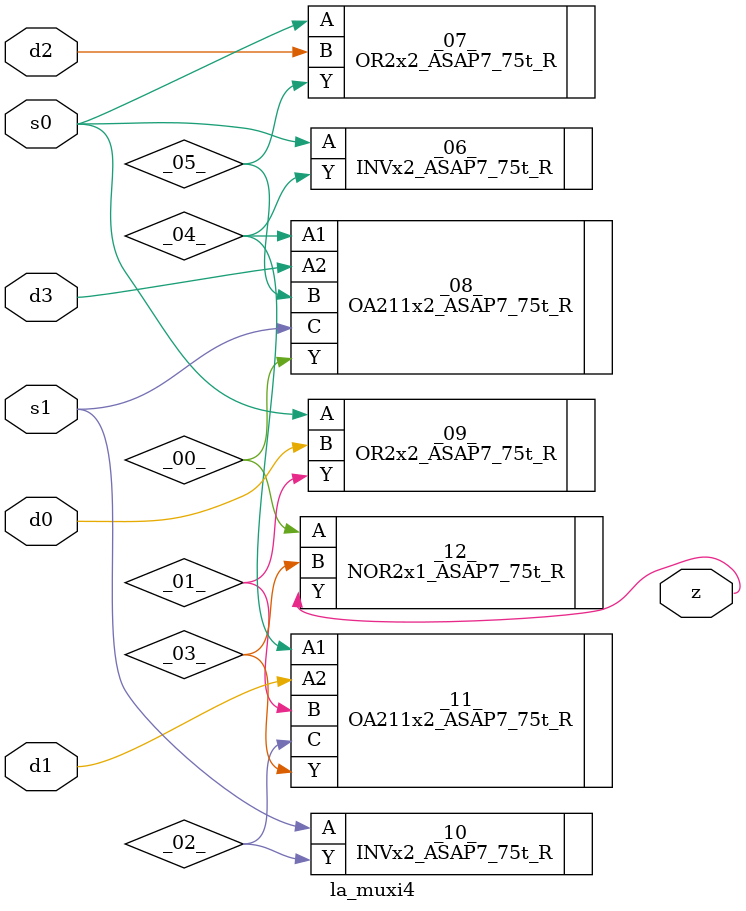
<source format=v>

/* Generated by Yosys 0.37 (git sha1 a5c7f69ed, clang 14.0.0-1ubuntu1.1 -fPIC -Os) */

module la_muxi4(d0, d1, d2, d3, s0, s1, z);
  wire _00_;
  wire _01_;
  wire _02_;
  wire _03_;
  wire _04_;
  wire _05_;
  input d0;
  wire d0;
  input d1;
  wire d1;
  input d2;
  wire d2;
  input d3;
  wire d3;
  input s0;
  wire s0;
  input s1;
  wire s1;
  output z;
  wire z;
  INVx2_ASAP7_75t_R _06_ (
    .A(s0),
    .Y(_04_)
  );
  OR2x2_ASAP7_75t_R _07_ (
    .A(s0),
    .B(d2),
    .Y(_05_)
  );
  OA211x2_ASAP7_75t_R _08_ (
    .A1(_04_),
    .A2(d3),
    .B(_05_),
    .C(s1),
    .Y(_00_)
  );
  OR2x2_ASAP7_75t_R _09_ (
    .A(s0),
    .B(d0),
    .Y(_01_)
  );
  INVx2_ASAP7_75t_R _10_ (
    .A(s1),
    .Y(_02_)
  );
  OA211x2_ASAP7_75t_R _11_ (
    .A1(_04_),
    .A2(d1),
    .B(_01_),
    .C(_02_),
    .Y(_03_)
  );
  NOR2x1_ASAP7_75t_R _12_ (
    .A(_00_),
    .B(_03_),
    .Y(z)
  );
endmodule

</source>
